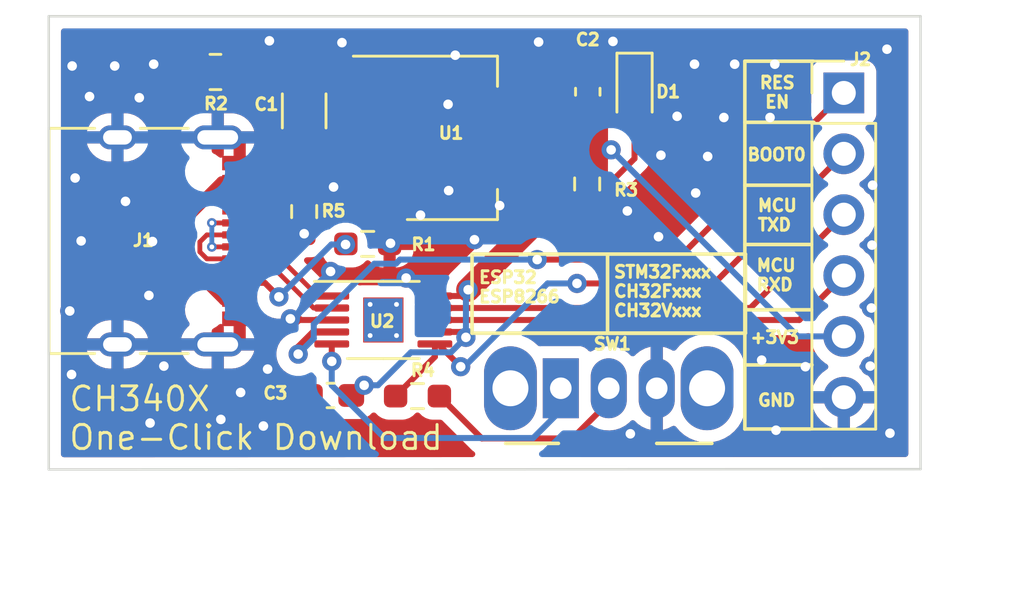
<source format=kicad_pcb>
(kicad_pcb (version 20211014) (generator pcbnew)
  (layers (0 "F.Cu" signal) (31 "B.Cu" signal) (34 "B.Paste" user) (35 "F.Paste" user) (36 "B.SilkS" user "B.Silkscreen") (37 "F.SilkS" user "F.Silkscreen") (38 "B.Mask" user) (39 "F.Mask" user) (44 "Edge.Cuts" user))
  (net 0 "")
  (net 1 "Net-(C1-Pad1)")
  (net 2 "+3V3")
  (net 3 "GND")
  (net 4 "Net-(D1-Pad2)")
  (net 5 "/VBUS")
  (net 6 "Net-(J1-PadA5)")
  (net 7 "/UD+")
  (net 8 "/UD-")
  (net 11 "/CTS")
  (net 12 "/POINT")
  (net 13 "/RESET{slash}EN")
  (net 14 "/BOOT0")
  (net 15 "/MCU TXD")
  (net 16 "/MCU RXD")
  (net 17 "Net-(J1-PadB5)")
  (footprint "Package_SO:MSOP-10-1EP_3x3mm_P0.5mm_EP1.68x1.88mm_ThermalVias" (layer "F.Cu") (at 137.025 100.525)
    (fp_text reference "U2" (at -0.05 0.05) (layer "F.SilkS") (effects (font (size 0.5 0.5) (thickness 0.125))))
    (fp_text value "CH340X")
    (fp_line (start 0 -1.61) (end 1.5 -1.61) (layer "F.SilkS") (width 0.12))
    (fp_line (start 0 1.61) (end 1.5 1.61) (layer "F.SilkS") (width 0.12))
    (fp_line (start 0 1.61) (end -1.5 1.61) (layer "F.SilkS") (width 0.12))
    (fp_line (start 0 -1.61) (end -2.875 -1.61) (layer "F.SilkS") (width 0.12))
    (pad "1" smd roundrect (at -2.15 -1) (size 1.45 0.3) (layers "F.Cu" "F.Paste" "F.Mask") (net 7 "/UD+"))
    (pad "2" smd roundrect (at -2.15 -0.5) (size 1.45 0.3) (layers "F.Cu" "F.Paste" "F.Mask") (net 8 "/UD-"))
    (pad "3" smd roundrect (at -2.15 0) (size 1.45 0.3) (layers "F.Cu" "F.Paste" "F.Mask") (net 3 "GND"))
    (pad "4" smd roundrect (at -2.15 0.5) (size 1.45 0.3) (layers "F.Cu" "F.Paste" "F.Mask") (net 13 "/RESET{slash}EN"))
    (pad "5" smd roundrect (at -2.15 1) (size 1.45 0.3) (layers "F.Cu" "F.Paste" "F.Mask") (net 11 "/CTS"))
    (pad "6" smd roundrect (at 2.15 1) (size 1.45 0.3) (layers "F.Cu" "F.Paste" "F.Mask") (net 14 "/BOOT0"))
    (pad "7" smd roundrect (at 2.15 0.5) (size 1.45 0.3) (layers "F.Cu" "F.Paste" "F.Mask") (net 2 "+3V3"))
    (pad "8" smd roundrect (at 2.15 0) (size 1.45 0.3) (layers "F.Cu" "F.Paste" "F.Mask") (net 16 "/MCU RXD"))
    (pad "9" smd roundrect (at 2.15 -0.5) (size 1.45 0.3) (layers "F.Cu" "F.Paste" "F.Mask") (net 15 "/MCU TXD"))
    (pad "10" smd roundrect (at 2.15 -1) (size 1.45 0.3) (layers "F.Cu" "F.Paste" "F.Mask") (net 2 "+3V3"))
    (pad "11" thru_hole circle (at 0.55 0.65) (size 0.5 0.5) (drill 0.2) (layers *.Cu))
    (pad "11" thru_hole circle (at -0.55 -0.65) (size 0.5 0.5) (drill 0.2) (layers *.Cu))
    (pad "11" thru_hole circle (at -0.55 0.65) (size 0.5 0.5) (drill 0.2) (layers *.Cu))
    (pad "11" smd rect (at 0 0) (size 1.68 1.88) (layers "F.Cu" "F.Mask"))
    (pad "11" thru_hole circle (at 0.55 -0.65) (size 0.5 0.5) (drill 0.2) (layers *.Cu))
    (pad "11" smd rect (at 0 0) (size 1.6 1.8) (layers "B.Cu"))
  )
  (footprint "Connector_USB:USB_C_Receptacle_HRO_TYPE-C-31-M-12" (layer "F.Cu") (at 126.99 97.225 -90)
    (fp_text reference "J1" (at -0.025 -0.035) (layer "F.SilkS") (effects (font (size 0.5 0.5) (thickness 0.125))))
    (fp_text value "USB_C_Receptacle_USB2.0")
    (fp_line (start -4.7 3.9) (end 4.7 3.9) (layer "F.SilkS") (width 0.12))
    (fp_line (start -4.7 2) (end -4.7 3.9) (layer "F.SilkS") (width 0.12))
    (fp_line (start -4.7 -1.9) (end -4.7 0.1) (layer "F.SilkS") (width 0.12))
    (fp_line (start 4.7 2) (end 4.7 3.9) (layer "F.SilkS") (width 0.12))
    (fp_line (start 4.7 -1.9) (end 4.7 0.1) (layer "F.SilkS") (width 0.12))
    (pad "" np_thru_hole circle (at 2.89 -2.6 270) (size 0.65 0.65) (drill 0.65) (layers *.Cu *.Mask))
    (pad "" np_thru_hole circle (at -2.89 -2.6 270) (size 0.65 0.65) (drill 0.65) (layers *.Cu *.Mask))
    (pad "A1" smd rect (at -3.25 -4.045 270) (size 0.6 1.45) (layers "F.Cu" "F.Paste" "F.Mask") (net 3 "GND"))
    (pad "A4" smd rect (at -2.45 -4.045 270) (size 0.6 1.45) (layers "F.Cu" "F.Paste" "F.Mask") (net 5 "/VBUS"))
    (pad "A5" smd rect (at -1.25 -4.045 270) (size 0.3 1.45) (layers "F.Cu" "F.Paste" "F.Mask") (net 6 "Net-(J1-PadA5)"))
    (pad "A6" smd rect (at -0.25 -4.045 270) (size 0.3 1.45) (layers "F.Cu" "F.Paste" "F.Mask") (net 7 "/UD+"))
    (pad "A7" smd rect (at 0.25 -4.045 270) (size 0.3 1.45) (layers "F.Cu" "F.Paste" "F.Mask") (net 8 "/UD-"))
    (pad "A8" smd rect (at 1.25 -4.045 270) (size 0.3 1.45) (layers "F.Cu" "F.Paste" "F.Mask"))
    (pad "A9" smd rect (at 2.45 -4.045 270) (size 0.6 1.45) (layers "F.Cu" "F.Paste" "F.Mask") (net 5 "/VBUS"))
    (pad "A12" smd rect (at 3.25 -4.045 270) (size 0.6 1.45) (layers "F.Cu" "F.Paste" "F.Mask") (net 3 "GND"))
    (pad "B1" smd rect (at 3.25 -4.045 270) (size 0.6 1.45) (layers "F.Cu" "F.Paste" "F.Mask") (net 3 "GND"))
    (pad "B4" smd rect (at 2.45 -4.045 270) (size 0.6 1.45) (layers "F.Cu" "F.Paste" "F.Mask") (net 5 "/VBUS"))
    (pad "B5" smd rect (at 1.75 -4.045 270) (size 0.3 1.45) (layers "F.Cu" "F.Paste" "F.Mask") (net 17 "Net-(J1-PadB5)"))
    (pad "B6" smd rect (at 0.75 -4.045 270) (size 0.3 1.45) (layers "F.Cu" "F.Paste" "F.Mask") (net 7 "/UD+"))
    (pad "B7" smd rect (at -0.75 -4.045 270) (size 0.3 1.45) (layers "F.Cu" "F.Paste" "F.Mask") (net 8 "/UD-"))
    (pad "B8" smd rect (at -1.75 -4.045 270) (size 0.3 1.45) (layers "F.Cu" "F.Paste" "F.Mask"))
    (pad "B9" smd rect (at -2.45 -4.045 270) (size 0.6 1.45) (layers "F.Cu" "F.Paste" "F.Mask") (net 5 "/VBUS"))
    (pad "B12" smd rect (at -3.25 -4.045 270) (size 0.6 1.45) (layers "F.Cu" "F.Paste" "F.Mask") (net 3 "GND"))
    (pad "S1" thru_hole oval (at 4.32 1.05 270) (size 1 1.6) (drill oval 0.6 1.2) (layers *.Cu *.Mask) (net 3 "GND"))
    (pad "S1" thru_hole oval (at -4.32 -3.13 270) (size 1 2.1) (drill oval 0.6 1.7) (layers *.Cu *.Mask) (net 3 "GND"))
    (pad "S1" thru_hole oval (at -4.32 1.05 270) (size 1 1.6) (drill oval 0.6 1.2) (layers *.Cu *.Mask) (net 3 "GND"))
    (pad "S1" thru_hole oval (at 4.32 -3.13 270) (size 1 2.1) (drill oval 0.6 1.7) (layers *.Cu *.Mask) (net 3 "GND"))
  )
  (footprint "Capacitor_SMD:C_0603_1608Metric_Pad1.08x0.95mm_HandSolder" (layer "F.Cu") (at 134.825 103.675 180)
    (fp_text reference "C3" (at 2.3 0.1) (layer "F.SilkS") (effects (font (size 0.5 0.5) (thickness 0.125))))
    (fp_text value "C")
    (fp_line (start -0.146267 -0.51) (end 0.146267 -0.51) (layer "F.SilkS") (width 0.12))
    (fp_line (start -0.146267 0.51) (end 0.146267 0.51) (layer "F.SilkS") (width 0.12))
    (pad "1" smd roundrect (at -0.8625 0 180) (size 1.075 0.95) (layers "F.Cu" "F.Paste" "F.Mask") (net 2 "+3V3"))
    (pad "2" smd roundrect (at 0.8625 0 180) (size 1.075 0.95) (layers "F.Cu" "F.Paste" "F.Mask") (net 3 "GND"))
  )
  (footprint "Resistor_SMD:R_0603_1608Metric_Pad0.98x0.95mm_HandSolder" (layer "F.Cu") (at 138.45 103.7)
    (fp_text reference "R4" (at 0.225 -1.075) (layer "F.SilkS") (effects (font (size 0.5 0.5) (thickness 0.125))))
    (fp_text value "R")
    (fp_line (start -0.254724 0.5225) (end 0.254724 0.5225) (layer "F.SilkS") (width 0.12))
    (fp_line (start -0.254724 -0.5225) (end 0.254724 -0.5225) (layer "F.SilkS") (width 0.12))
    (pad "1" smd roundrect (at -0.9125 0) (size 0.975 0.95) (layers "F.Cu" "F.Paste" "F.Mask") (net 14 "/BOOT0"))
    (pad "2" smd roundrect (at 0.9125 0) (size 0.975 0.95) (layers "F.Cu" "F.Paste" "F.Mask") (net 12 "/POINT"))
  )
  (footprint "Resistor_SMD:R_0603_1608Metric_Pad0.98x0.95mm_HandSolder" (layer "F.Cu") (at 136.375 97.35)
    (fp_text reference "R1" (at 2.325 0.025 180) (layer "F.SilkS") (effects (font (size 0.5 0.5) (thickness 0.125))))
    (fp_text value "5.1k")
    (fp_line (start -0.254724 0.5225) (end 0.254724 0.5225) (layer "F.SilkS") (width 0.12))
    (fp_line (start -0.254724 -0.5225) (end 0.254724 -0.5225) (layer "F.SilkS") (width 0.12))
    (pad "1" smd roundrect (at -0.9125 0) (size 0.975 0.95) (layers "F.Cu" "F.Paste" "F.Mask") (net 17 "Net-(J1-PadB5)"))
    (pad "2" smd roundrect (at 0.9125 0) (size 0.975 0.95) (layers "F.Cu" "F.Paste" "F.Mask") (net 3 "GND"))
  )
  (footprint "Capacitor_SMD:C_0603_1608Metric_Pad1.08x0.95mm_HandSolder" (layer "F.Cu") (at 145.55 91 90)
    (fp_text reference "C2" (at 2.175 0 180) (layer "F.SilkS") (effects (font (size 0.5 0.5) (thickness 0.125))))
    (fp_text value "2.2uf")
    (fp_line (start -0.146267 -0.51) (end 0.146267 -0.51) (layer "F.SilkS") (width 0.12))
    (fp_line (start -0.146267 0.51) (end 0.146267 0.51) (layer "F.SilkS") (width 0.12))
    (pad "1" smd roundrect (at -0.8625 0 90) (size 1.075 0.95) (layers "F.Cu" "F.Paste" "F.Mask") (net 2 "+3V3"))
    (pad "2" smd roundrect (at 0.8625 0 90) (size 1.075 0.95) (layers "F.Cu" "F.Paste" "F.Mask") (net 3 "GND"))
  )
  (footprint "Capacitor_SMD:C_1206_3216Metric_Pad1.33x1.80mm_HandSolder" (layer "F.Cu") (at 133.725 91.8 90)
    (fp_text reference "C1" (at 0.275 -1.575 180) (layer "F.SilkS") (effects (font (size 0.5 0.5) (thickness 0.125))))
    (fp_text value "10uf")
    (fp_line (start -0.711252 0.91) (end 0.711252 0.91) (layer "F.SilkS") (width 0.12))
    (fp_line (start -0.711252 -0.91) (end 0.711252 -0.91) (layer "F.SilkS") (width 0.12))
    (pad "1" smd roundrect (at -1.5625 0 90) (size 1.325 1.8) (layers "F.Cu" "F.Paste" "F.Mask") (roundrect_rratio 0.1886792453) (net 1 "Net-(C1-Pad1)"))
    (pad "2" smd roundrect (at 1.5625 0 90) (size 1.325 1.8) (layers "F.Cu" "F.Paste" "F.Mask") (roundrect_rratio 0.1886792453) (net 3 "GND"))
  )
  (footprint "Resistor_SMD:R_0603_1608Metric_Pad0.98x0.95mm_HandSolder" (layer "F.Cu") (at 145.525 94.85 -90)
    (fp_text reference "R3" (at 0.25 -1.625 180) (layer "F.SilkS") (effects (font (size 0.5 0.5) (thickness 0.125))))
    (fp_text value "1k")
    (fp_line (start -0.254724 0.5225) (end 0.254724 0.5225) (layer "F.SilkS") (width 0.12))
    (fp_line (start -0.254724 -0.5225) (end 0.254724 -0.5225) (layer "F.SilkS") (width 0.12))
    (pad "1" smd roundrect (at -0.9125 0 270) (size 0.975 0.95) (layers "F.Cu" "F.Paste" "F.Mask") (net 2 "+3V3"))
    (pad "2" smd roundrect (at 0.9125 0 270) (size 0.975 0.95) (layers "F.Cu" "F.Paste" "F.Mask") (net 4 "Net-(D1-Pad2)"))
  )
  (footprint "Button_Switch_THT:SW_CuK_OS102011MA1QN1_SPDT_Angled" (layer "F.Cu") (at 144.425 103.375)
    (fp_text reference "SW1" (at 2.15 -1.85) (layer "F.SilkS") (effects (font (size 0.5 0.5) (thickness 0.125))))
    (fp_text value "SW_SPDT")
    (fp_line (start -2.3 -2.3) (end 6.3 -2.3) (layer "F.SilkS") (width 0.15))
    (fp_line (start 4 2.3) (end 6.3 2.3) (layer "F.SilkS") (width 0.15))
    (fp_line (start -2.3 2.3) (end -0.1 2.3) (layer "F.SilkS") (width 0.15))
    (pad "" thru_hole oval (at 6.1 0) (size 2.2 3.5) (drill 1.5) (layers *.Cu *.Mask))
    (pad "" thru_hole oval (at -2.1 0) (size 2.2 3.5) (drill 1.5) (layers *.Cu *.Mask))
    (pad "1" thru_hole rect (at 0 0) (size 1.5 2.5) (drill 0.9) (layers *.Cu *.Mask) (net 11 "/CTS"))
    (pad "2" thru_hole oval (at 2 0) (size 1.5 2.5) (drill 0.9) (layers *.Cu *.Mask) (net 12 "/POINT"))
    (pad "3" thru_hole oval (at 4 0) (size 1.5 2.5) (drill 0.9) (layers *.Cu *.Mask) (net 3 "GND"))
  )
  (footprint "Resistor_SMD:R_0805_2012Metric_Pad1.20x1.40mm_HandSolder" (layer "F.Cu") (at 130.025 90.175)
    (fp_text reference "R2" (at 0.025 1.325) (layer "F.SilkS") (effects (font (size 0.5 0.5) (thickness 0.125))))
    (fp_text value "500mA")
    (fp_line (start -0.227064 0.735) (end 0.227064 0.735) (layer "F.SilkS") (width 0.12))
    (fp_line (start -0.227064 -0.735) (end 0.227064 -0.735) (layer "F.SilkS") (width 0.12))
    (pad "1" smd roundrect (at -1 0) (size 1.2 1.4) (layers "F.Cu" "F.Paste" "F.Mask") (roundrect_rratio 0.2083333333) (net 5 "/VBUS"))
    (pad "2" smd roundrect (at 1 0) (size 1.2 1.4) (layers "F.Cu" "F.Paste" "F.Mask") (roundrect_rratio 0.2083333333) (net 1 "Net-(C1-Pad1)"))
  )
  (footprint "Resistor_SMD:R_0603_1608Metric_Pad0.98x0.95mm_HandSolder" (layer "F.Cu") (at 133.725 96 -90)
    (fp_text reference "R5" (at -0.025 -1.225 180) (layer "F.SilkS") (effects (font (size 0.5 0.5) (thickness 0.125))))
    (fp_text value "5.1k")
    (fp_line (start -0.254724 0.5225) (end 0.254724 0.5225) (layer "F.SilkS") (width 0.12))
    (fp_line (start -0.254724 -0.5225) (end 0.254724 -0.5225) (layer "F.SilkS") (width 0.12))
    (pad "1" smd roundrect (at -0.9125 0 270) (size 0.975 0.95) (layers "F.Cu" "F.Paste" "F.Mask") (net 6 "Net-(J1-PadA5)"))
    (pad "2" smd roundrect (at 0.9125 0 270) (size 0.975 0.95) (layers "F.Cu" "F.Paste" "F.Mask") (net 3 "GND"))
  )
  (footprint "Package_TO_SOT_SMD:SOT-223-3_TabPin2" (layer "F.Cu") (at 139.875 92.925)
    (fp_text reference "U1" (at -0.025 -0.2) (layer "F.SilkS") (effects (font (size 0.5 0.5) (thickness 0.125))))
    (fp_text value "LD1117S33TR_SOT223")
    (fp_line (start -1.85 3.41) (end 1.91 3.41) (layer "F.SilkS") (width 0.12))
    (fp_line (start -4.1 -3.41) (end 1.91 -3.41) (layer "F.SilkS") (width 0.12))
    (fp_line (start 1.91 3.41) (end 1.91 2.15) (layer "F.SilkS") (width 0.12))
    (fp_line (start 1.91 -3.41) (end 1.91 -2.15) (layer "F.SilkS") (width 0.12))
    (pad "1" smd rect (at -3.15 -2.3) (size 2 1.5) (layers "F.Cu" "F.Paste" "F.Mask") (net 3 "GND"))
    (pad "2" smd rect (at -3.15 0) (size 2 1.5) (layers "F.Cu" "F.Paste" "F.Mask") (net 2 "+3V3"))
    (pad "2" smd rect (at 3.15 0) (size 2 3.8) (layers "F.Cu" "F.Paste" "F.Mask") (net 2 "+3V3"))
    (pad "3" smd rect (at -3.15 2.3) (size 2 1.5) (layers "F.Cu" "F.Paste" "F.Mask") (net 1 "Net-(C1-Pad1)"))
  )
  (footprint "Connector_PinHeader_2.54mm:PinHeader_1x06_P2.54mm_Vertical" (layer "F.Cu") (at 156.225 91.05)
    (fp_text reference "J2" (at 0.7 -1.4) (layer "F.SilkS") (effects (font (size 0.5 0.5) (thickness 0.125))))
    (fp_text value "Conn_01x06_Male")
    (fp_line (start -1.33 1.27) (end -1.33 14.03) (layer "F.SilkS") (width 0.12))
    (fp_line (start 1.33 1.27) (end 1.33 14.03) (layer "F.SilkS") (width 0.12))
    (fp_line (start -1.33 1.27) (end 1.33 1.27) (layer "F.SilkS") (width 0.12))
    (fp_line (start -1.33 -1.33) (end 0 -1.33) (layer "F.SilkS") (width 0.12))
    (fp_line (start -1.33 0) (end -1.33 -1.33) (layer "F.SilkS") (width 0.12))
    (fp_line (start -1.33 14.03) (end 1.33 14.03) (layer "F.SilkS") (width 0.12))
    (pad "1" thru_hole rect (at 0 0) (size 1.7 1.7) (drill 1) (layers *.Cu *.Mask) (net 13 "/RESET{slash}EN"))
    (pad "2" thru_hole oval (at 0 2.54) (size 1.7 1.7) (drill 1) (layers *.Cu *.Mask) (net 14 "/BOOT0"))
    (pad "3" thru_hole oval (at 0 5.08) (size 1.7 1.7) (drill 1) (layers *.Cu *.Mask) (net 15 "/MCU TXD"))
    (pad "4" thru_hole oval (at 0 7.62) (size 1.7 1.7) (drill 1) (layers *.Cu *.Mask) (net 16 "/MCU RXD"))
    (pad "5" thru_hole oval (at 0 10.16) (size 1.7 1.7) (drill 1) (layers *.Cu *.Mask) (net 2 "+3V3"))
    (pad "6" thru_hole oval (at 0 12.7) (size 1.7 1.7) (drill 1) (layers *.Cu *.Mask) (net 3 "GND"))
  )
  (footprint "Diode_SMD:D_0603_1608Metric_Pad1.05x0.95mm_HandSolder" (layer "F.Cu") (at 147.5 91.05 -90)
    (fp_text reference "D1" (at -0.05 -1.4 180) (layer "F.SilkS") (effects (font (size 0.5 0.5) (thickness 0.125))))
    (fp_text value "LED")
    (fp_line (start -1.66 0.735) (end 0.8 0.735) (layer "F.SilkS") (width 0.12))
    (fp_line (start -1.66 -0.735) (end -1.66 0.735) (layer "F.SilkS") (width 0.12))
    (fp_line (start 0.8 -0.735) (end -1.66 -0.735) (layer "F.SilkS") (width 0.12))
    (pad "1" smd roundrect (at -0.875 0 270) (size 1.05 0.95) (layers "F.Cu" "F.Paste" "F.Mask") (net 3 "GND"))
    (pad "2" smd roundrect (at 0.875 0 270) (size 1.05 0.95) (layers "F.Cu" "F.Paste" "F.Mask") (net 4 "Net-(D1-Pad2)"))
  )
  (gr_poly (pts (xy 142.6 95.5) (xy 142.125 94.825) (xy 142.525 94.825)) (layer "F.Cu") (width 0.2) (fill solid))
  (gr_poly (pts (xy 146.298961 91.148673) (xy 146.29039 94.42755) (xy 144.025 94.725) (xy 143.923961 91.123673)) (layer "F.Cu") (width 0.2) (fill solid))
  (gr_line (start 154.95 89.725) (end 152.1 89.725) (layer "F.SilkS") (width 0.15))
  (gr_line (start 152.125 97.775) (end 152.125 101.075) (layer "F.SilkS") (width 0.15))
  (gr_line (start 152.1 105.075) (end 154.825 105.075) (layer "F.SilkS") (width 0.15))
  (gr_line (start 152.1 89.725) (end 152.1 105.075) (layer "F.SilkS") (width 0.15))
  (gr_line (start 140.725 101.075) (end 140.725 97.775) (layer "F.SilkS") (width 0.15))
  (gr_line (start 154.875 94.9) (end 152.1 94.9) (layer "F.SilkS") (width 0.15))
  (gr_line (start 154.9 102.4) (end 152.125 102.4) (layer "F.SilkS") (width 0.15))
  (gr_line (start 146.375 101.075) (end 146.375 97.775) (layer "F.SilkS") (width 0.15))
  (gr_line (start 154.875 100.1) (end 152.1 100.1) (layer "F.SilkS") (width 0.15))
  (gr_line (start 154.975 92.275) (end 152.1 92.275) (layer "F.SilkS") (width 0.15))
  (gr_line (start 152.125 101.075) (end 140.725 101.075) (layer "F.SilkS") (width 0.15))
  (gr_line (start 154.875 97.375) (end 152.1 97.375) (layer "F.SilkS") (width 0.15))
  (gr_line (start 140.725 97.775) (end 152.125 97.775) (layer "F.SilkS") (width 0.15))
  (gr_line (start 123.075 87.85) (end 159.425 87.85) (layer "Edge.Cuts") (width 0.1))
  (gr_line (start 159.425 106.75) (end 123.075 106.7625) (layer "Edge.Cuts") (width 0.1))
  (gr_line (start 159.425 87.85) (end 159.425 106.75) (layer "Edge.Cuts") (width 0.1))
  (gr_line (start 123.075 106.7625) (end 123.075 87.85) (layer "Edge.Cuts") (width 0.1))
  (gr_text "ESP32\nESP8266" (at 140.95 99.15) (layer "F.SilkS") (effects (font (size 0.5 0.5) (thickness 0.125)) (justify left)))
  (gr_text "BOOT0" (at 153.425 93.625) (layer "F.SilkS") (effects (font (size 0.5 0.5) (thickness 0.125))))
  (gr_text "MCU\nRXD" (at 152.525 98.65) (layer "F.SilkS") (effects (font (size 0.5 0.5) (thickness 0.125)) (justify left)))
  (gr_text "CH340X \nOne-Click Download" (at 123.85 104.625) (layer "F.SilkS") (effects (font (size 1 1) (thickness 0.125)) (justify left)))
  (gr_text "RES\nEN" (at 153.45 91.025) (layer "F.SilkS") (effects (font (size 0.5 0.5) (thickness 0.125))))
  (gr_text "+3V3" (at 153.35 101.25) (layer "F.SilkS") (effects (font (size 0.5 0.5) (thickness 0.125))))
  (gr_text "STM32Fxxx\nCH32Fxxx\nCH32Vxxx" (at 146.575 99.325) (layer "F.SilkS") (effects (font (size 0.5 0.5) (thickness 0.125)) (justify left)))
  (gr_text "GND" (at 153.425 103.875) (layer "F.SilkS") (effects (font (size 0.5 0.5) (thickness 0.125))))
  (gr_text "MCU\nTXD" (at 152.575 96.15) (layer "F.SilkS") (effects (font (size 0.5 0.5) (thickness 0.125)) (justify left)))
  (segment (start 134.8625 93.3625) (end 136.725 95.225) (width 0.25) (layer "F.Cu") (net 1))
  (segment (start 133.725 93.3625) (end 134.8625 93.3625) (width 0.25) (layer "F.Cu") (net 1))
  (segment (start 131.025 90.175) (end 133.725 92.875) (width 0.25) (layer "F.Cu") (net 1))
  (segment (start 133.725 92.875) (end 133.725 93.3625) (width 0.25) (layer "F.Cu") (net 1))
  (segment (start 145.55 93.9125) (end 145.525 93.9375) (width 0.25) (layer "F.Cu") (net 2))
  (segment (start 139.175 101.025) (end 139.2 101) (width 0.25) (layer "F.Cu") (net 2))
  (segment (start 140.3 99.525) (end 139.175 99.525) (width 0.25) (layer "F.Cu") (net 2))
  (segment (start 143.025 92.925) (end 136.725 92.925) (width 1) (layer "F.Cu") (net 2))
  (segment (start 140.5625 99.2625) (end 140.3 99.525) (width 0.25) (layer "F.Cu") (net 2))
  (segment (start 146.0125 93.9375) (end 146.525 93.425) (width 0.25) (layer "F.Cu") (net 2))
  (segment (start 145.55 91.8625) (end 145.55 93.9125) (width 0.25) (layer "F.Cu") (net 2))
  (segment (start 139.175 101.025) (end 140.244511 101.025) (width 0.25) (layer "F.Cu") (net 2))
  (segment (start 143.025 92.925) (end 144.5125 92.925) (width 0.25) (layer "F.Cu") (net 2))
  (segment (start 140.244511 101.025) (end 140.469011 101.2495) (width 0.25) (layer "F.Cu") (net 2))
  (segment (start 144.5125 92.925) (end 145.525 93.9375) (width 0.25) (layer "F.Cu") (net 2))
  (segment (start 143.025 96.8) (end 140.5625 99.2625) (width 1) (layer "F.Cu") (net 2))
  (segment (start 145.525 93.9375) (end 146.0125 93.9375) (width 0.25) (layer "F.Cu") (net 2))
  (segment (start 143.025 92.925) (end 143.025 96.8) (width 1) (layer "F.Cu") (net 2))
  (via (at 146.525 93.425) (size 0.8) (drill 0.4) (layers "F.Cu" "B.Cu") (net 2))
  (via (at 140.469011 101.2495) (size 0.8) (drill 0.4) (layers "F.Cu" "B.Cu") (net 2))
  (via (at 140.5625 99.2625) (size 0.8) (drill 0.4) (layers "F.Cu" "B.Cu") (net 2))
  (via (at 136.225 103.25) (size 0.8) (drill 0.4) (layers "F.Cu" "B.Cu") (net 2))
  (segment (start 140.469011 99.355989) (end 140.5625 99.2625) (width 0.25) (layer "B.Cu") (net 2))
  (segment (start 140.469011 101.2495) (end 140.469011 99.355989) (width 0.25) (layer "B.Cu") (net 2))
  (segment (start 146.525 93.425) (end 154.31 101.21) (width 0.25) (layer "B.Cu") (net 2))
  (segment (start 140.469011 101.2495) (end 139.843511 101.875) (width 0.25) (layer "B.Cu") (net 2))
  (segment (start 154.31 101.21) (end 156.225 101.21) (width 0.25) (layer "B.Cu") (net 2))
  (segment (start 138.175 101.875) (end 136.8 103.25) (width 0.25) (layer "B.Cu") (net 2))
  (segment (start 136.8 103.25) (end 136.225 103.25) (width 0.25) (layer "B.Cu") (net 2))
  (segment (start 139.843511 101.875) (end 138.175 101.875) (width 0.25) (layer "B.Cu") (net 2))
  (segment (start 145.5875 90.175) (end 145.55 90.1375) (width 0.25) (layer "F.Cu") (net 3))
  (segment (start 133.2 100.525) (end 133.15 100.475) (width 0.25) (layer "F.Cu") (net 3))
  (segment (start 134.875 100.525) (end 133.2 100.525) (width 0.25) (layer "F.Cu") (net 3))
  (segment (start 134.1125 90.625) (end 136.725 90.625) (width 0.25) (layer "F.Cu") (net 3))
  (segment (start 147.5 90.175) (end 145.5875 90.175) (width 0.25) (layer "F.Cu") (net 3))
  (segment (start 133.725 90.2375) (end 134.1125 90.625) (width 0.25) (layer "F.Cu") (net 3))
  (segment (start 141.225 90.625) (end 141.7125 90.1375) (width 0.25) (layer "F.Cu") (net 3))
  (segment (start 136.725 90.625) (end 141.225 90.625) (width 0.25) (layer "F.Cu") (net 3))
  (segment (start 141.7125 90.1375) (end 145.55 90.1375) (width 0.25) (layer "F.Cu") (net 3))
  (via (at 124.175 94.6) (size 0.8) (drill 0.4) (layers "F.Cu" "B.Cu") (net 3))
  (via (at 153.35 89.85) (size 0.8) (drill 0.4) (layers "F.Cu" "B.Cu") (net 3))
  (via (at 157.4 97.4) (size 0.8) (drill 0.4) (layers "F.Cu" "B.Cu") (net 3))
  (via (at 124.425 97.225) (size 0.8) (drill 0.4) (layers "F.Cu" "B.Cu") (net 3))
  (via (at 124.775 91.2) (size 0.8) (drill 0.4) (layers "F.Cu" "B.Cu") (net 3))
  (via (at 127.4 97.25) (size 0.8) (drill 0.4) (layers "F.Cu" "B.Cu") (net 3))
  (via (at 139.725 91.525) (size 0.8) (drill 0.4) (layers "F.Cu" "B.Cu") (net 3))
  (via (at 146.6 88.9) (size 0.8) (drill 0.4) (layers "F.Cu" "B.Cu") (net 3))
  (via (at 153.4 105.125) (size 0.8) (drill 0.4) (layers "F.Cu" "B.Cu") (net 3))
  (via (at 124.025 102.8) (size 0.8) (drill 0.4) (layers "F.Cu" "B.Cu") (net 3))
  (via (at 123.95 100.15) (size 0.8) (drill 0.4) (layers "F.Cu" "B.Cu") (net 3))
  (via (at 134.825 98.5) (size 0.8) (drill 0.4) (layers "F.Cu" "B.Cu") (net 3))
  (via (at 126.275 95.575) (size 0.8) (drill 0.4) (layers "F.Cu" "B.Cu") (net 3))
  (via (at 140.025 89.475) (size 0.8) (drill 0.4) (layers "F.Cu" "B.Cu") (net 3))
  (via (at 126.85 91.25) (size 0.8) (drill 0.4) (layers "F.Cu" "B.Cu") (net 3))
  (via (at 157.425 94.9) (size 0.8) (drill 0.4) (layers "F.Cu" "B.Cu") (net 3))
  (via (at 152.8 102.2) (size 0.8) (drill 0.4) (layers "F.Cu" "B.Cu") (net 3))
  (via (at 132.025 104.95) (size 0.8) (drill 0.4) (layers "F.Cu" "B.Cu") (net 3))
  (via (at 141.875 95.75) (size 0.8) (drill 0.4) (layers "F.Cu" "B.Cu") (net 3))
  (via (at 150.55 93.7) (size 0.8) (drill 0.4) (layers "F.Cu" "B.Cu") (net 3))
  (via (at 151.225 92.075) (size 0.8) (drill 0.4) (layers "F.Cu" "B.Cu") (net 3))
  (via (at 137.975 98.775) (size 0.8) (drill 0.4) (layers "F.Cu" "B.Cu") (net 3))
  (via (at 130.25 104.675) (size 0.8) (drill 0.4) (layers "F.Cu" "B.Cu") (net 3))
  (via (at 135.3 88.95) (size 0.8) (drill 0.4) (layers "F.Cu" "B.Cu") (net 3))
  (via (at 157.375 100.025) (size 0.8) (drill 0.4) (layers "F.Cu" "B.Cu") (net 3))
  (via (at 125.825 89.925) (size 0.8) (drill 0.4) (layers "F.Cu" "B.Cu") (net 3))
  (via (at 138.575 96.15) (size 0.8) (drill 0.4) (layers "F.Cu" "B.Cu") (net 3))
  (via (at 157.325 102.45) (size 0.8) (drill 0.4) (layers "F.Cu" "B.Cu") (net 3))
  (via (at 127.875 102.45) (size 0.8) (drill 0.4) (layers "F.Cu" "B.Cu") (net 3))
  (via (at 150 89.85) (size 0.8) (drill 0.4) (layers "F.Cu" "B.Cu") (net 3))
  (via (at 158.025 89.225) (size 0.8) (drill 0.4) (layers "F.Cu" "B.Cu") (net 3))
  (via (at 127.45 89.85) (size 0.8) (drill 0.4) (layers "F.Cu" "B.Cu") (net 3))
  (via (at 131.075 103.55) (size 0.8) (drill 0.4) (layers "F.Cu" "B.Cu") (net 3))
  (via (at 133.725 96.925) (size 0.8) (drill 0.4) (layers "F.Cu" "B.Cu") (net 3))
  (via (at 149.275 92.025) (size 0.8) (drill 0.4) (layers "F.Cu" "B.Cu") (net 3))
  (via (at 143.5 88.925) (size 0.8) (drill 0.4) (layers "F.Cu" "B.Cu") (net 3))
  (via (at 139.75 95.125) (size 0.8) (drill 0.4) (layers "F.Cu" "B.Cu") (net 3))
  (via (at 148.5 97.05) (size 0.8) (drill 0.4) (layers "F.Cu" "B.Cu") (net 3))
  (via (at 137.325 97.325) (size 0.8) (drill 0.4) (layers "F.Cu" "B.Cu") (net 3))
  (via (at 150.05 95.225) (size 0.8) (drill 0.4) (layers "F.Cu" "B.Cu") (net 3))
  (via (at 124.05 89.925) (size 0.8) (drill 0.4) (layers "F.Cu" "B.Cu") (net 3))
  (via (at 147.325 105.275) (size 0.8) (drill 0.4) (layers "F.Cu" "B.Cu") (net 3))
  (via (at 148.6 93.65) (size 0.8) (drill 0.4) (layers "F.Cu" "B.Cu") (net 3))
  (via (at 154.625 102.475) (size 0.8) (drill 0.4) (layers "F.Cu" "B.Cu") (net 3))
  (via (at 127.3 104.825) (size 0.8) (drill 0.4) (layers "F.Cu" "B.Cu") (net 3))
  (via (at 133.15 100.475) (size 0.8) (drill 0.4) (layers "F.Cu" "B.Cu") (net 3))
  (via (at 132.275 88.875) (size 0.8) (drill 0.4) (layers "F.Cu" "B.Cu") (net 3))
  (via (at 134.95 94.975) (size 0.8) (drill 0.4) (layers "F.Cu" "B.Cu") (net 3))
  (via (at 140.825 97.175) (size 0.8) (drill 0.4) (layers "F.Cu" "B.Cu") (net 3))
  (via (at 127.25 99.5) (size 0.8) (drill 0.4) (layers "F.Cu" "B.Cu") (net 3))
  (via (at 153.15 92.075) (size 0.8) (drill 0.4) (layers "F.Cu" "B.Cu") (net 3))
  (via (at 151.675 89.85) (size 0.8) (drill 0.4) (layers "F.Cu" "B.Cu") (net 3))
  (via (at 147.2 95.975) (size 0.8) (drill 0.4) (layers "F.Cu" "B.Cu") (net 3))
  (via (at 132.2 102.575) (size 0.8) (drill 0.4) (layers "F.Cu" "B.Cu") (net 3))
  (via (at 158.15 105.25) (size 0.8) (drill 0.4) (layers "F.Cu" "B.Cu") (net 3))
  (segment (start 147.5 91.925) (end 147.5 93.7875) (width 0.25) (layer "F.Cu") (net 4))
  (segment (start 147.5 93.7875) (end 145.525 95.7625) (width 0.25) (layer "F.Cu") (net 4))
  (segment (start 131.035 94.775) (end 130.3 94.775) (width 0.5) (layer "F.Cu") (net 5))
  (segment (start 127.85 92.725) (end 127.85 95.325) (width 0.25) (layer "F.Cu") (net 5))
  (segment (start 129.025 90.175) (end 129.025 91.55) (width 0.25) (layer "F.Cu") (net 5))
  (segment (start 130.3 94.775) (end 128.8 96.275) (width 0.5) (layer "F.Cu") (net 5))
  (segment (start 127.85 95.325) (end 128.8 96.275) (width 0.25) (layer "F.Cu") (net 5))
  (segment (start 129.025 91.55) (end 127.85 92.725) (width 0.25) (layer "F.Cu") (net 5))
  (segment (start 130.4 99.675) (end 131.035 99.675) (width 0.5) (layer "F.Cu") (net 5))
  (segment (start 128.8 98.075) (end 130.4 99.675) (width 0.5) (layer "F.Cu") (net 5))
  (segment (start 128.8 96.275) (end 128.8 98.075) (width 0.5) (layer "F.Cu") (net 5))
  (segment (start 132.8375 95.975) (end 133.725 95.0875) (width 0.25) (layer "F.Cu") (net 6))
  (segment (start 131.035 95.975) (end 132.8375 95.975) (width 0.25) (layer "F.Cu") (net 6))
  (segment (start 131.085 96.925) (end 131.035 96.975) (width 0.2) (layer "F.Cu") (net 7))
  (segment (start 129.375 97.267393) (end 129.375 97.681607) (width 0.2) (layer "F.Cu") (net 7))
  (segment (start 132.85 98.080686) (end 134.294314 99.525) (width 0.2) (layer "F.Cu") (net 7))
  (segment (start 129.667393 96.975) (end 129.375 97.267393) (width 0.2) (layer "F.Cu") (net 7))
  (segment (start 132.025685 96.925) (end 131.085 96.925) (width 0.2) (layer "F.Cu") (net 7))
  (segment (start 129.375 97.681607) (end 129.668393 97.975) (width 0.2) (layer "F.Cu") (net 7))
  (segment (start 132.85 97.749315) (end 132.025685 96.925) (width 0.2) (layer "F.Cu") (net 7))
  (segment (start 129.668393 97.975) (end 131.035 97.975) (width 0.2) (layer "F.Cu") (net 7))
  (segment (start 131.035 96.975) (end 129.667393 96.975) (width 0.2) (layer "F.Cu") (net 7))
  (segment (start 132.85 97.749315) (end 132.85 98.080686) (width 0.2) (layer "F.Cu") (net 7))
  (segment (start 134.294314 99.525) (end 134.875 99.525) (width 0.2) (layer "F.Cu") (net 7))
  (segment (start 133.85 99.75533) (end 134.11967 100.025) (width 0.2) (layer "F.Cu") (net 8))
  (segment (start 131.035 96.475) (end 129.875 96.475) (width 0.2) (layer "F.Cu") (net 8))
  (segment (start 129.8755 97.475) (end 129.875 97.4745) (width 0.2) (layer "F.Cu") (net 8))
  (segment (start 134.11967 100.025) (end 134.875 100.025) (width 0.2) (layer "F.Cu") (net 8))
  (segment (start 132.45 97.915) (end 132.45 98.35) (width 0.2) (layer "F.Cu") (net 8))
  (segment (start 132.45 98.35) (end 133.85 99.75) (width 0.2) (layer "F.Cu") (net 8))
  (segment (start 132.45 97.915) (end 132.01 97.475) (width 0.2) (layer "F.Cu") (net 8))
  (segment (start 130.985 96.425) (end 131.035 96.475) (width 0.2) (layer "F.Cu") (net 8))
  (segment (start 131.035 97.475) (end 129.8755 97.475) (width 0.2) (layer "F.Cu") (net 8))
  (segment (start 132.01 97.475) (end 131.035 97.475) (width 0.2) (layer "F.Cu") (net 8))
  (segment (start 131.035 96.475) (end 131.059999 96.499999) (width 0.2) (layer "F.Cu") (net 8))
  (segment (start 133.85 99.75) (end 133.85 99.75533) (width 0.2) (layer "F.Cu") (net 8))
  (via (at 129.875 96.475) (size 0.4) (drill 0.2) (layers "F.Cu" "B.Cu") (net 8))
  (via (at 129.875 97.4745) (size 0.4) (drill 0.2) (layers "F.Cu" "B.Cu") (net 8))
  (segment (start 129.875 96.475) (end 129.875 97.4745) (width 0.2) (layer "B.Cu") (net 8))
  (segment (start 134.875 102.25) (end 134.875 101.525) (width 0.25) (layer "F.Cu") (net 11))
  (via (at 134.875 102.25) (size 0.8) (drill 0.4) (layers "F.Cu" "B.Cu") (net 11))
  (segment (start 144.425 104.3) (end 144.425 103.375) (width 0.25) (layer "B.Cu") (net 11))
  (segment (start 134.875 102.25) (end 134.875 103.25) (width 0.25) (layer "B.Cu") (net 11))
  (segment (start 134.875 103.25) (end 137.075 105.45) (width 0.25) (layer "B.Cu") (net 11))
  (segment (start 143.275 105.45) (end 144.425 104.3) (width 0.25) (layer "B.Cu") (net 11))
  (segment (start 137.075 105.45) (end 143.275 105.45) (width 0.25) (layer "B.Cu") (net 11))
  (segment (start 139.3625 103.7) (end 141.13105 105.46855) (width 0.25) (layer "F.Cu") (net 12))
  (segment (start 146.425 103.95) (end 146.425 103.375) (width 0.25) (layer "F.Cu") (net 12))
  (segment (start 141.13105 105.46855) (end 144.90645 105.46855) (width 0.25) (layer "F.Cu") (net 12))
  (segment (start 144.90645 105.46855) (end 146.425 103.95) (width 0.25) (layer "F.Cu") (net 12))
  (segment (start 143.440491 98.004603) (end 149.270397 98.004603) (width 0.25) (layer "F.Cu") (net 13))
  (segment (start 133.475 101.634315) (end 134.084315 101.025) (width 0.25) (layer "F.Cu") (net 13))
  (segment (start 133.475 101.95) (end 133.475 101.634315) (width 0.25) (layer "F.Cu") (net 13))
  (segment (start 149.270397 98.004603) (end 156.225 91.05) (width 0.25) (layer "F.Cu") (net 13))
  (segment (start 134.084315 101.025) (end 134.875 101.025) (width 0.25) (layer "F.Cu") (net 13))
  (via (at 143.440491 98.004603) (size 0.8) (drill 0.4) (layers "F.Cu" "B.Cu") (net 13))
  (via (at 133.475 101.95) (size 0.8) (drill 0.4) (layers "F.Cu" "B.Cu") (net 13))
  (segment (start 134.125 101.3) (end 134.125 100.7) (width 0.25) (layer "B.Cu") (net 13))
  (segment (start 133.475 101.95) (end 134.125 101.3) (width 0.25) (layer "B.Cu") (net 13))
  (segment (start 136.65 98.175) (end 137.549695 98.175) (width 0.25) (layer "B.Cu") (net 13))
  (segment (start 137.720092 98.004603) (end 143.440491 98.004603) (width 0.25) (layer "B.Cu") (net 13))
  (segment (start 134.125 100.7) (end 136.65 98.175) (width 0.25) (layer "B.Cu") (net 13))
  (segment (start 137.549695 98.175) (end 137.720092 98.004603) (width 0.25) (layer "B.Cu") (net 13))
  (segment (start 139.3 101.525) (end 139.175 101.525) (width 0.25) (layer "F.Cu") (net 14))
  (segment (start 140.25 102.475) (end 139.3 101.525) (width 0.25) (layer "F.Cu") (net 14))
  (segment (start 150.815 99) (end 156.225 93.59) (width 0.25) (layer "F.Cu") (net 14))
  (segment (start 145.1 99) (end 150.815 99) (width 0.25) (layer "F.Cu") (net 14))
  (segment (start 139.175 102.0625) (end 137.5375 103.7) (width 0.25) (layer "F.Cu") (net 14))
  (segment (start 139.175 101.525) (end 139.175 102.0625) (width 0.25) (layer "F.Cu") (net 14))
  (via (at 145.1 99) (size 0.8) (drill 0.4) (layers "F.Cu" "B.Cu") (net 14))
  (via (at 140.25 102.475) (size 0.8) (drill 0.4) (layers "F.Cu" "B.Cu") (net 14))
  (segment (start 140.4 102.475) (end 140.25 102.475) (width 0.25) (layer "B.Cu") (net 14))
  (segment (start 143.875 99) (end 140.4 102.475) (width 0.25) (layer "B.Cu") (net 14))
  (segment (start 145.1 99) (end 143.875 99) (width 0.25) (layer "B.Cu") (net 14))
  (segment (start 139.175 100.025) (end 152.33 100.025) (width 0.25) (layer "F.Cu") (net 15))
  (segment (start 152.33 100.025) (end 156.225 96.13) (width 0.25) (layer "F.Cu") (net 15))
  (segment (start 154.37 100.525) (end 156.225 98.67) (width 0.25) (layer "F.Cu") (net 16))
  (segment (start 139.175 100.525) (end 154.37 100.525) (width 0.25) (layer "F.Cu") (net 16))
  (segment (start 132.085756 98.975) (end 132.67171 99.560954) (width 0.25) (layer "F.Cu") (net 17))
  (segment (start 131.035 98.975) (end 132.085756 98.975) (width 0.25) (layer "F.Cu") (net 17))
  (via (at 132.67171 99.560954) (size 0.8) (drill 0.4) (layers "F.Cu" "B.Cu") (net 17))
  (via (at 135.45 97.375) (size 0.8) (drill 0.4) (layers "F.Cu" "B.Cu") (net 17))
  (segment (start 132.67171 99.560954) (end 134.857664 97.375) (width 0.25) (layer "B.Cu") (net 17))
  (segment (start 134.857664 97.375) (end 135.45 97.375) (width 0.25) (layer "B.Cu") (net 17))
  (zone (net 3) (net_name "GND") (layers F&B.Cu) (connect_pads (clearance 0.508)) (min_thickness 0.254) (fill yes (thermal_gap 0.508) (thermal_bridge_width 0.508))
    (polygon (pts (xy 159.425 87.85) (xy 159.425 106.775) (xy 123.025 106.725) (xy 123.1 87.825)))
  )
)
</source>
